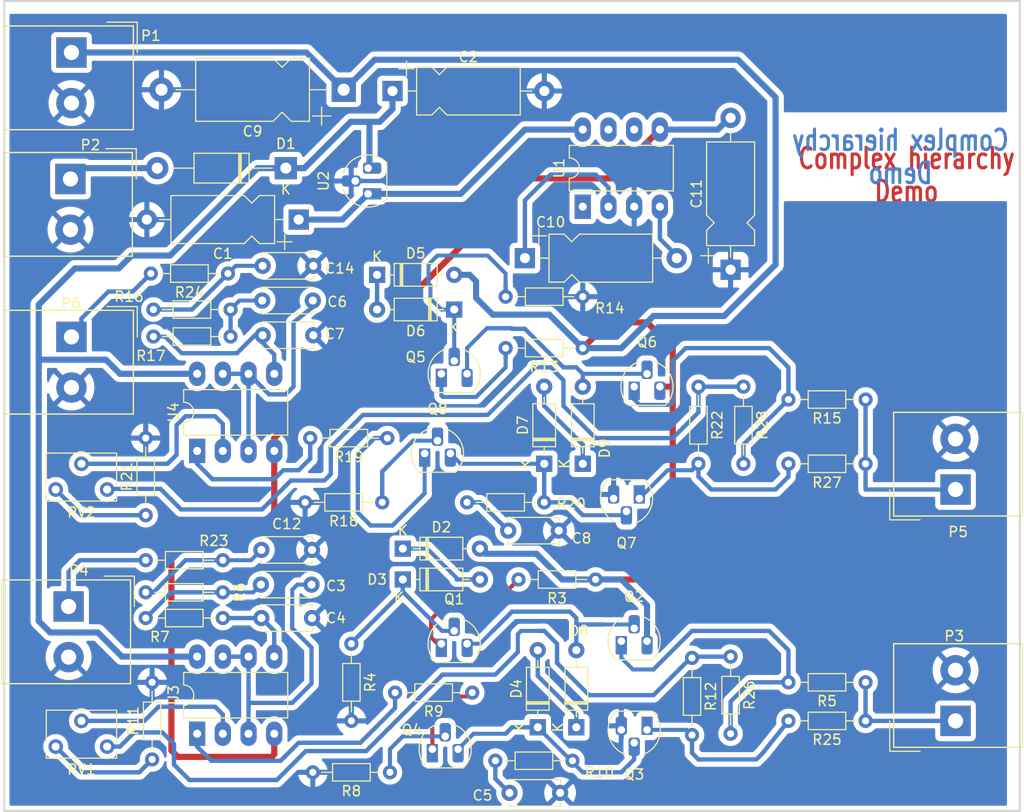
<source format=kicad_pcb>
(kicad_pcb (version 20211014) (generator pcbnew)
  (title_block (title "Actionneur_piezo") (company "Kicad devs") (comment 1 "Demo"))
  (layers (0 "F.Cu" power "top_copper") (31 "B.Cu" signal "bottom_copper") (34 "B.Paste" user) (35 "F.Paste" user) (36 "B.SilkS" user "B.Silkscreen") (37 "F.SilkS" user "F.Silkscreen") (38 "B.Mask" user) (39 "F.Mask" user) (44 "Edge.Cuts" user))
  (net 0 "")
  (net 1 "-VAA")
  (net 2 "/12Vext")
  (net 3 "/ampli_ht_horizontal/PIEZO_IN")
  (net 4 "/ampli_ht_horizontal/PIEZO_OUT")
  (net 5 "/ampli_ht_horizontal/S_OUT+")
  (net 6 "/ampli_ht_horizontal/Vpil_0_3,3V")
  (net 7 "/ampli_ht_vertical/PIEZO_IN")
  (net 8 "/ampli_ht_vertical/PIEZO_OUT")
  (net 9 "/ampli_ht_vertical/S_OUT+")
  (net 10 "/ampli_ht_vertical/Vpil_0_3,3V")
  (net 11 "GND")
  (net 12 "HT")
  (net 13 "Net-(C10-Pad1)")
  (net 14 "Net-(C10-Pad2)")
  (net 15 "Net-(C12-Pad1)")
  (net 16 "Net-(C14-Pad1)")
  (net 17 "Net-(C3-Pad2)")
  (net 18 "Net-(C4-Pad1)")
  (net 19 "Net-(C5-Pad1)")
  (net 20 "Net-(C6-Pad2)")
  (net 21 "Net-(C7-Pad1)")
  (net 22 "Net-(C8-Pad1)")
  (net 23 "Net-(D4-Pad1)")
  (net 24 "Net-(D4-Pad2)")
  (net 25 "Net-(D7-Pad1)")
  (net 26 "Net-(D7-Pad2)")
  (net 27 "Net-(R11-Pad1)")
  (net 28 "Net-(R19-Pad2)")
  (net 29 "Net-(R21-Pad1)")
  (net 30 "Net-(R9-Pad2)")
  (net 31 "Net-(RV1-Pad2)")
  (net 32 "Net-(RV2-Pad2)")
  (net 33 "VCC")
  (net 34 "Net-(D2-Pad1)")
  (net 35 "Net-(D3-Pad1)")
  (net 36 "Net-(D5-Pad1)")
  (net 37 "Net-(D6-Pad1)")
  (net 38 "Net-(D8-Pad2)")
  (net 39 "Net-(D9-Pad2)")
  (net 40 "+12V")
  (net 41 "Net-(Q1-Pad1)")
  (net 42 "Net-(Q2-Pad1)")
  (net 43 "Net-(Q3-Pad1)")
  (net 44 "Net-(Q4-Pad1)")
  (net 45 "Net-(Q4-Pad2)")
  (net 46 "Net-(Q5-Pad1)")
  (net 47 "Net-(Q6-Pad1)")
  (net 48 "Net-(Q7-Pad1)")
  (net 49 "Net-(Q8-Pad1)")
  (net 50 "Net-(Q8-Pad2)")
  (footprint "Capacitor_THT:CP_Axial_L10.0mm_D4.5mm_P15.00mm_Horizontal" (layer "F.Cu") (at 126.619 60.706)
    (fp_text reference "C2")
    (fp_text value "47uF/20V")
  )
  (footprint "Capacitor_THT:CP_Axial_L11.0mm_D6.0mm_P18.00mm_Horizontal" (layer "F.Cu") (at 121.793 60.579 180)
    (fp_text reference "C9")
    (fp_text value "47uF/63V")
  )
  (footprint "Capacitor_THT:CP_Axial_L10.0mm_D4.5mm_P15.00mm_Horizontal" (layer "F.Cu") (at 139.7 77.216)
    (fp_text reference "C10")
    (fp_text value "10uF")
  )
  (footprint "Capacitor_THT:CP_Axial_L10.0mm_D4.5mm_P15.00mm_Horizontal" (layer "F.Cu") (at 160.02 78.359 90)
    (fp_text reference "C11")
    (fp_text value "10uF")
  )
  (footprint "Package_TO_SOT_THT:TO-92_HandSolder" (layer "F.Cu") (at 131.445 115.316)
    (fp_text reference "Q1")
    (fp_text value "MPSA92")
  )
  (footprint "Package_TO_SOT_THT:TO-92_HandSolder" (layer "F.Cu") (at 151.765 123.825 180)
    (fp_text reference "Q3")
    (fp_text value "MPSA92")
  )
  (footprint "Package_TO_SOT_THT:TO-92_HandSolder" (layer "F.Cu") (at 131.445 88.646)
    (fp_text reference "Q5")
    (fp_text value "MPSA92")
  )
  (footprint "Package_TO_SOT_THT:TO-92_HandSolder" (layer "F.Cu") (at 150.495 89.916)
    (fp_text reference "Q6")
    (fp_text value "MPSA42")
  )
  (footprint "Package_TO_SOT_THT:TO-92_HandSolder" (layer "F.Cu") (at 151.003 100.965 180)
    (fp_text reference "Q7")
    (fp_text value "MPSA92")
  )
  (footprint "Package_TO_SOT_THT:TO-92_HandSolder" (layer "F.Cu") (at 129.794 96.52)
    (fp_text reference "Q8")
    (fp_text value "MPSA42")
  )
  (footprint "Potentiometer_THT:Potentiometer_Bourns_3266W_Vertical" (layer "F.Cu") (at 93.345 125.476 180)
    (fp_text reference "RV1")
    (fp_text value "4,7K")
  )
  (footprint "Potentiometer_THT:Potentiometer_Bourns_3266W_Vertical" (layer "F.Cu") (at 93.345 100.076 180)
    (fp_text reference "RV2")
    (fp_text value "4,7K")
  )
  (footprint "Package_TO_SOT_THT:TO-92_HandSolder" (layer "F.Cu") (at 124.206 70.866 90)
    (fp_text reference "U2")
    (fp_text value "78L05")
  )
  (footprint "Resistor_THT:R_Axial_DIN0204_L3.6mm_D1.6mm_P7.62mm_Horizontal" (layer "F.Cu") (at 126.111 94.996 180)
    (fp_text reference "R19")
    (fp_text value "1K")
  )
  (footprint "Resistor_THT:R_Axial_DIN0204_L3.6mm_D1.6mm_P7.62mm_Horizontal" (layer "F.Cu") (at 109.855 110.236 180)
    (fp_text reference "R6")
    (fp_text value "22K")
  )
  (footprint "Resistor_THT:R_Axial_DIN0204_L3.6mm_D1.6mm_P7.62mm_Horizontal" (layer "F.Cu") (at 125.603 101.346 180)
    (fp_text reference "R18")
    (fp_text value "1K")
  )
  (footprint "Resistor_THT:R_Axial_DIN0204_L3.6mm_D1.6mm_P7.62mm_Horizontal" (layer "F.Cu") (at 110.617 82.296 180)
    (fp_text reference "R16")
    (fp_text value "22K")
  )
  (footprint "Resistor_THT:R_Axial_DIN0204_L3.6mm_D1.6mm_P7.62mm_Horizontal" (layer "F.Cu") (at 173.355 91.186 180)
    (fp_text reference "R15")
    (fp_text value "47")
  )
  (footprint "Resistor_THT:R_Axial_DIN0204_L3.6mm_D1.6mm_P7.62mm_Horizontal" (layer "F.Cu") (at 137.795 81.026)
    (fp_text reference "R14")
    (fp_text value "220K")
  )
  (footprint "Resistor_THT:R_Axial_DIN0204_L3.6mm_D1.6mm_P7.62mm_Horizontal" (layer "F.Cu") (at 145.415 86.106 180)
    (fp_text reference "R13")
    (fp_text value "470")
  )
  (footprint "Resistor_THT:R_Axial_DIN0204_L3.6mm_D1.6mm_P7.62mm_Horizontal" (layer "F.Cu") (at 156.21 116.713 -90)
    (fp_text reference "R12")
    (fp_text value "220K")
  )
  (footprint "Resistor_THT:R_Axial_DIN0204_L3.6mm_D1.6mm_P7.62mm_Horizontal" (layer "F.Cu") (at 102.87 126.746 90)
    (fp_text reference "R11")
    (fp_text value "4,7K")
  )
  (footprint "Resistor_THT:R_Axial_DIN0204_L3.6mm_D1.6mm_P7.62mm_Horizontal" (layer "F.Cu") (at 144.399 126.873 180)
    (fp_text reference "R10")
    (fp_text value "5,6K")
  )
  (footprint "Resistor_THT:R_Axial_DIN0204_L3.6mm_D1.6mm_P7.62mm_Horizontal" (layer "F.Cu") (at 134.493 120.142 180)
    (fp_text reference "R9")
    (fp_text value "1K")
  )
  (footprint "Resistor_THT:R_Axial_DIN0204_L3.6mm_D1.6mm_P7.62mm_Horizontal" (layer "F.Cu") (at 126.365 128.016 180)
    (fp_text reference "R8")
    (fp_text value "1K")
  )
  (footprint "Resistor_THT:R_Axial_DIN0204_L3.6mm_D1.6mm_P7.62mm_Horizontal" (layer "F.Cu") (at 109.855 112.776 180)
    (fp_text reference "R7")
    (fp_text value "22K")
  )
  (footprint "Resistor_THT:R_Axial_DIN0204_L3.6mm_D1.6mm_P7.62mm_Horizontal" (layer "F.Cu") (at 102.997 84.963)
    (fp_text reference "R17")
    (fp_text value "22K")
  )
  (footprint "Resistor_THT:R_Axial_DIN0204_L3.6mm_D1.6mm_P7.62mm_Horizontal" (layer "F.Cu") (at 102.235 102.616 90)
    (fp_text reference "R21")
    (fp_text value "4,7K")
  )
  (footprint "Resistor_THT:R_Axial_DIN0204_L3.6mm_D1.6mm_P7.62mm_Horizontal" (layer "F.Cu") (at 146.685 108.966 180)
    (fp_text reference "R3")
    (fp_text value "470")
  )
  (footprint "Resistor_THT:R_Axial_DIN0204_L3.6mm_D1.6mm_P7.62mm_Horizontal" (layer "F.Cu") (at 122.555 115.316 -90)
    (fp_text reference "R4")
    (fp_text value "220K")
  )
  (footprint "Resistor_THT:R_Axial_DIN0204_L3.6mm_D1.6mm_P7.62mm_Horizontal" (layer "F.Cu") (at 173.355 119.126 180)
    (fp_text reference "R5")
    (fp_text value "47")
  )
  (footprint "Resistor_THT:R_Axial_DIN0204_L3.6mm_D1.6mm_P7.62mm_Horizontal" (layer "F.Cu") (at 161.29 89.916 -90)
    (fp_text reference "R28")
    (fp_text value "220K")
  )
  (footprint "Resistor_THT:R_Axial_DIN0204_L3.6mm_D1.6mm_P7.62mm_Horizontal" (layer "F.Cu") (at 173.355 97.536 180)
    (fp_text reference "R27")
    (fp_text value "47")
  )
  (footprint "Resistor_THT:R_Axial_DIN0204_L3.6mm_D1.6mm_P7.62mm_Horizontal" (layer "F.Cu") (at 160.02 116.586 -90)
    (fp_text reference "R26")
    (fp_text value "220K")
  )
  (footprint "Resistor_THT:R_Axial_DIN0204_L3.6mm_D1.6mm_P7.62mm_Horizontal" (layer "F.Cu") (at 173.355 122.936 180)
    (fp_text reference "R25")
    (fp_text value "47")
  )
  (footprint "Resistor_THT:R_Axial_DIN0204_L3.6mm_D1.6mm_P7.62mm_Horizontal" (layer "F.Cu") (at 110.363 78.74 180)
    (fp_text reference "R24")
    (fp_text value "1K")
  )
  (footprint "Resistor_THT:R_Axial_DIN0204_L3.6mm_D1.6mm_P7.62mm_Horizontal" (layer "F.Cu") (at 109.855 107.061 180)
    (fp_text reference "R23")
    (fp_text value "1K")
  )
  (footprint "Resistor_THT:R_Axial_DIN0204_L3.6mm_D1.6mm_P7.62mm_Horizontal" (layer "F.Cu") (at 156.845 89.916 -90)
    (fp_text reference "R22")
    (fp_text value "220K")
  )
  (footprint "Resistor_THT:R_Axial_DIN0204_L3.6mm_D1.6mm_P7.62mm_Horizontal" (layer "F.Cu") (at 141.605 101.346 180)
    (fp_text reference "R20")
    (fp_text value "5,6K")
  )
  (footprint "Package_DIP:DIP-8_W7.62mm_LongPads" (layer "F.Cu") (at 107.315 96.266 90)
    (fp_text reference "U4")
    (fp_text value "LM358N")
  )
  (footprint "Package_DIP:DIP-8_W7.62mm_LongPads" (layer "F.Cu") (at 145.415 72.136 90)
    (fp_text reference "U1")
    (fp_text value "ICL7660")
  )
  (footprint "Package_DIP:DIP-8_W7.62mm_LongPads" (layer "F.Cu") (at 107.315 124.206 90)
    (fp_text reference "U3")
    (fp_text value "LM358N")
  )
  (footprint "Capacitor_THT:C_Disc_D5.0mm_W2.5mm_P5.00mm" (layer "F.Cu") (at 138.049 104.14)
    (fp_text reference "C8")
    (fp_text value "820pF")
  )
  (footprint "Capacitor_THT:C_Disc_D5.0mm_W2.5mm_P5.00mm" (layer "F.Cu") (at 113.792 84.836)
    (fp_text reference "C7")
    (fp_text value "4.7nF")
  )
  (footprint "Capacitor_THT:C_Disc_D5.0mm_W2.5mm_P5.00mm" (layer "F.Cu") (at 118.745 81.407 180)
    (fp_text reference "C6")
    (fp_text value "15nF")
  )
  (footprint "Capacitor_THT:C_Disc_D5.0mm_W2.5mm_P5.00mm" (layer "F.Cu") (at 138.176 130.048)
    (fp_text reference "C5")
    (fp_text value "820pF")
  )
  (footprint "Capacitor_THT:C_Disc_D5.0mm_W2.5mm_P5.00mm" (layer "F.Cu") (at 113.665 106.045)
    (fp_text reference "C12")
    (fp_text value "150nF")
  )
  (footprint "Capacitor_THT:C_Disc_D5.0mm_W2.5mm_P5.00mm" (layer "F.Cu") (at 113.792 77.978)
    (fp_text reference "C14")
    (fp_text value "150nF")
  )
  (footprint "Capacitor_THT:C_Disc_D5.0mm_W2.5mm_P5.00mm" (layer "F.Cu") (at 113.665 112.776)
    (fp_text reference "C4")
    (fp_text value "4.7nF")
  )
  (footprint "Capacitor_THT:C_Disc_D5.0mm_W2.5mm_P5.00mm" (layer "F.Cu") (at 118.618 109.474 180)
    (fp_text reference "C3")
    (fp_text value "15nF")
  )
  (footprint "Diode_THT:D_DO-41_SOD81_P12.70mm_Horizontal" (layer "F.Cu") (at 116.078 68.326 180)
    (fp_text reference "D1")
    (fp_text value "1N4007")
  )
  (footprint "Diode_THT:D_DO-35_SOD27_P7.62mm_Horizontal" (layer "F.Cu") (at 125.095 78.867)
    (fp_text reference "D5")
    (fp_text value "1N4148")
  )
  (footprint "Diode_THT:D_DO-35_SOD27_P7.62mm_Horizontal" (layer "F.Cu") (at 144.78 123.571 90)
    (fp_text reference "D8")
    (fp_text value "1N4148")
  )
  (footprint "Diode_THT:D_DO-35_SOD27_P7.62mm_Horizontal" (layer "F.Cu") (at 127.635 105.918)
    (fp_text reference "D2")
    (fp_text value "1N4148")
  )
  (footprint "Diode_THT:D_DO-35_SOD27_P7.62mm_Horizontal" (layer "F.Cu") (at 127.635 108.966)
    (fp_text reference "D3")
    (fp_text value "1N4148")
  )
  (footprint "Diode_THT:D_DO-35_SOD27_P7.62mm_Horizontal" (layer "F.Cu") (at 141.605 97.536 90)
    (fp_text reference "D7")
    (fp_text value "1N4148")
  )
  (footprint "Diode_THT:D_DO-35_SOD27_P7.62mm_Horizontal" (layer "F.Cu") (at 132.715 82.296 180)
    (fp_text reference "D6")
    (fp_text value "1N4148")
  )
  (footprint "Diode_THT:D_DO-35_SOD27_P7.62mm_Horizontal" (layer "F.Cu") (at 140.97 123.571 90)
    (fp_text reference "D4")
    (fp_text value "1N4148")
  )
  (footprint "Diode_THT:D_DO-35_SOD27_P7.62mm_Horizontal" (layer "F.Cu") (at 145.415 97.536 90)
    (fp_text reference "D9")
    (fp_text value "1N4148")
  )
  (footprint "TerminalBlock_Altech:Altech_AK300_1x02_P5.00mm_45-Degree" (layer "F.Cu") (at 94.9 56.9 -90)
    (fp_text reference "P1")
    (fp_text value "CONN_2")
  )
  (footprint "TerminalBlock_Altech:Altech_AK300_1x02_P5.00mm_45-Degree" (layer "F.Cu") (at 94.8 69.4 -90)
    (fp_text reference "P2")
    (fp_text value "CONN_2")
  )
  (footprint "TerminalBlock_Altech:Altech_AK300_1x02_P5.00mm_45-Degree" (layer "F.Cu") (at 94.615 111.633 -90)
    (fp_text reference "P4")
    (fp_text value "CONN_2")
  )
  (footprint "TerminalBlock_Altech:Altech_AK300_1x02_P5.00mm_45-Degree" (layer "F.Cu") (at 182.245 122.936 90)
    (fp_text reference "P3")
    (fp_text value "CONN_2")
  )
  (footprint "TerminalBlock_Altech:Altech_AK300_1x02_P5.00mm_45-Degree" (layer "F.Cu") (at 94.9 85 -90)
    (fp_text reference "P6")
    (fp_text value "CONN_2")
  )
  (footprint "TerminalBlock_Altech:Altech_AK300_1x02_P5.00mm_45-Degree" (layer "F.Cu") (at 182.245 100.076 90)
    (fp_text reference "P5")
    (fp_text value "CONN_2")
  )
  (footprint "Package_TO_SOT_THT:TO-92_HandSolder" (layer "F.Cu") (at 149.225 115.062)
    (fp_text reference "Q2")
    (fp_text value "MPSA42")
  )
  (footprint "Package_TO_SOT_THT:TO-92_HandSolder" (layer "F.Cu") (at 130.556 125.73)
    (fp_text reference "Q4")
    (fp_text value "MPSA42")
  )
  (footprint "Capacitor_THT:CP_Axial_L10.0mm_D4.5mm_P15.00mm_Horizontal" (layer "F.Cu") (at 117.348 73.406 180)
    (fp_text reference "C1")
    (fp_text value "47uF")
  )
  (gr_line (start 88.265 131.826) (end 88.265 51.816) (layer "Edge.Cuts") (width 0.2032))
  (gr_line (start 188.595 131.826) (end 88.265 131.826) (layer "Edge.Cuts") (width 0.2032))
  (gr_line (start 88.265 51.816) (end 188.595 51.816) (layer "Edge.Cuts") (width 0.2032))
  (gr_line (start 188.595 51.816) (end 188.595 131.826) (layer "Edge.Cuts") (width 0.2032))
  (gr_text "Complex hierarchy\nDemo" (at 177.4 69) (layer "F.Cu") (effects (font (size 2.032 1.524) (thickness 0.3048))))
  (gr_text "Complex hierarchy\nDemo" (at 176.8 67.2) (layer "B.Cu") (effects (font (size 2.032 1.524) (thickness 0.3048)) (justify mirror)))
  (segment (start 107.061 104.521) (end 104.775 106.807) (width 0.6096) (layer "F.Cu") (net 1))
  (segment (start 105.41 126.492) (end 114.681 126.492) (width 0.6096) (layer "F.Cu") (net 1))
  (segment (start 104.775 106.807) (end 104.775 125.857) (width 0.6096) (layer "F.Cu") (net 1))
  (segment (start 128.905 86.614) (end 128.905 80.518) (width 0.6096) (layer "F.Cu") (net 1))
  (segment (start 140.081 69.342) (end 148.209 69.342) (width 0.6096) (layer "F.Cu") (net 1))
  (segment (start 148.209 69.342) (end 153.035 64.516) (width 0.6096) (layer "F.Cu") (net 1))
  (segment (start 128.905 80.518) (end 140.081 69.342) (width 0.6096) (layer "F.Cu") (net 1))
  (segment (start 114.935 102.108) (end 114.935 102.362) (width 0.6096) (layer "F.Cu") (net 1))
  (segment (start 114.935 96.266) (end 114.935 94.996) (width 0.6096) (layer "F.Cu") (net 1))
  (segment (start 114.935 94.996) (end 121.031 88.9) (width 0.6096) (layer "F.Cu") (net 1))
  (segment (start 114.935 126.238) (end 114.935 124.206) (width 0.6096) (layer "F.Cu") (net 1))
  (segment (start 114.935 102.362) (end 112.776 104.521) (width 0.6096) (layer "F.Cu") (net 1))
  (segment (start 105.41 126.492) (end 104.775 125.857) (width 0.6096) (layer "F.Cu") (net 1))
  (segment (start 121.031 88.9) (end 126.619 88.9) (width 0.6) (layer "F.Cu") (net 1))
  (segment (start 112.776 104.521) (end 107.061 104.521) (width 0.6096) (layer "F.Cu") (net 1))
  (segment (start 114.681 126.492) (end 114.935 126.238) (width 0.6096) (layer "F.Cu") (net 1))
  (segment (start 126.619 88.9) (end 128.905 86.614) (width 0.6096) (layer "F.Cu") (net 1))
  (segment (start 114.935 96.266) (end 114.935 102.108) (width 0.6096) (layer "F.Cu") (net 1))
  (segment (start 153.035 64.516) (end 158.75 64.516) (width 0.6096) (layer "B.Cu") (net 1))
  (segment (start 158.75 64.516) (end 160.02 63.246) (width 0.6096) (layer "B.Cu") (net 1))
  (segment (start 103.378 68.326) (end 95.874 68.326) (width 0.6) (layer "B.Cu") (net 2))
  (segment (start 95.874 68.326) (end 94.8 69.4) (width 0.6) (layer "B.Cu") (net 2))
  (segment (start 98.552 80.518) (end 100.965 80.518) (width 0.4318) (layer "B.Cu") (net 3))
  (segment (start 95.885 83.185) (end 98.552 80.518) (width 0.4318) (layer "B.Cu") (net 3))
  (segment (start 95.885 84.836) (end 95.885 83.185) (width 0.4318) (layer "B.Cu") (net 3))
  (segment (start 100.965 80.518) (end 102.743 78.74) (width 0.4318) (layer "B.Cu") (net 3))
  (segment (start 173.355 100.076) (end 182.245 100.076) (width 0.4318) (layer "B.Cu") (net 4))
  (segment (start 173.355 97.536) (end 173.355 91.186) (width 0.4318) (layer "B.Cu") (net 4))
  (segment (start 173.355 97.536) (end 173.355 100.076) (width 0.4318) (layer "B.Cu") (net 4))
  (segment (start 116.586 99.187) (end 119.888 99.187) (width 0.4318) (layer "B.Cu") (net 5))
  (segment (start 156.845 89.916) (end 156.845 92.456) (width 0.4318) (layer "B.Cu") (net 5))
  (segment (start 143.51 91.821) (end 146.685 94.996) (width 0.4318) (layer "B.Cu") (net 5))
  (segment (start 140.589 88.011) (end 142.24 88.011) (width 0.4318) (layer "B.Cu") (net 5))
  (segment (start 98.48596 100.01504) (end 103.69804 100.01504) (width 0.4318) (layer "B.Cu") (net 5))
  (segment (start 113.7285 102.0445) (end 116.586 99.187) (width 0.4318) (layer "B.Cu") (net 5))
  (segment (start 123.698 92.71) (end 120.523 95.885) (width 0.4318) (layer "B.Cu") (net 5))
  (segment (start 105.7275 102.0445) (end 113.7285 102.0445) (width 0.4318) (layer "B.Cu") (net 5))
  (segment (start 142.24 88.011) (end 143.51 89.281) (width 0.4318) (layer "B.Cu") (net 5))
  (segment (start 135.89 92.71) (end 123.698 92.71) (width 0.4318) (layer "B.Cu") (net 5))
  (segment (start 154.305 94.996) (end 146.685 94.996) (width 0.4318) (layer "B.Cu") (net 5))
  (segment (start 143.51 89.281) (end 143.51 91.821) (width 0.4318) (layer "B.Cu") (net 5))
  (segment (start 135.89 92.71) (end 136.017 92.71) (width 0.4) (layer "B.Cu") (net 5))
  (segment (start 120.523 95.885) (end 120.523 98.552) (width 0.4318) (layer "B.Cu") (net 5))
  (segment (start 119.888 99.187) (end 120.523 98.552) (width 0.4318) (layer "B.Cu") (net 5))
  (segment (start 105.7275 102.0445) (end 103.69804 100.01504) (width 0.4318) (layer "B.Cu") (net 5))
  (segment (start 140.589 88.138) (end 140.589 88.011) (width 0.4) (layer "B.Cu") (net 5))
  (segment (start 98.425 100.076) (end 98.48596 100.01504) (width 0.4318) (layer "B.Cu") (net 5))
  (segment (start 156.845 89.916) (end 161.29 89.916) (width 0.4318) (layer "B.Cu") (net 5))
  (segment (start 156.845 92.456) (end 154.305 94.996) (width 0.4318) (layer "B.Cu") (net 5))
  (segment (start 136.017 92.71) (end 140.589 88.138) (width 0.4) (layer "B.Cu") (net 5))
  (segment (start 109.855 88.646) (end 112.395 88.646) (width 0.4318) (layer "B.Cu") (net 6))
  (segment (start 114.427 90.678) (end 112.395 88.646) (width 0.4318) (layer "B.Cu") (net 6))
  (segment (start 118.745 82.042) (end 116.84 83.566) (width 0.4318) (layer "B.Cu") (net 6))
  (segment (start 116.078 90.678) (end 114.427 90.678) (width 0.4318) (layer "B.Cu") (net 6))
  (segment (start 116.84 83.566) (end 116.84 89.916) (width 0.4318) (layer "B.Cu") (net 6))
  (segment (start 112.395 88.646) (end 112.395 96.266) (width 0.4318) (layer "B.Cu") (net 6))
  (segment (start 116.84 89.916) (end 116.078 90.678) (width 0.4318) (layer "B.Cu") (net 6))
  (segment (start 118.745 81.407) (end 118.745 82.042) (width 0.4318) (layer "B.Cu") (net 6))
  (segment (start 94.615 108.204) (end 95.758 107.061) (width 0.4318) (layer "B.Cu") (net 7))
  (segment (start 94.615 111.506) (end 94.615 108.204) (width 0.4318) (layer "B.Cu") (net 7))
  (segment (start 95.758 107.061) (end 102.235 107.061) (width 0.4318) (layer "B.Cu") (net 7))
  (segment (start 173.355 122.936) (end 173.355 119.126) (width 0.4318) (layer "B.Cu") (net 8))
  (segment (start 173.355 122.936) (end 182.245 122.936) (width 0.4318) (layer "B.Cu") (net 8))
  (segment (start 146.05 120.396) (end 152.4 120.396) (width 0.4318) (layer "B.Cu") (net 9))
  (segment (start 139.319 114.046) (end 139.0015 114.3635) (width 0.4) (layer "B.Cu") (net 9))
  (segment (start 142.875 115.316) (end 142.875 117.221) (width 0.4318) (layer "B.Cu") (net 9))
  (segment (start 152.4 120.396) (end 156.21 116.586) (width 0.4318) (layer "B.Cu") (net 9))
  (segment (start 105.029 127.254) (end 106.553 128.778) (width 0.4318) (layer "B.Cu") (net 9))
  (segment (start 141.097 114.046) (end 141.605 114.046) (width 0.4318) (layer "B.Cu") (net 9))
  (segment (start 98.425 125.476) (end 99.695 125.476) (width 0.4318) (layer "B.Cu") (net 9))
  (segment (start 156.21 116.586) (end 160.02 116.586) (width 0.4318) (layer "B.Cu") (net 9))
  (segment (start 118.0465 125.9205) (end 124.0155 125.9205) (width 0.4318) (layer "B.Cu") (net 9))
  (segment (start 141.605 114.046) (end 142.875 115.316) (width 0.4318) (layer "B.Cu") (net 9))
  (segment (start 142.875 117.221) (end 146.05 120.396) (width 0.4318) (layer "B.Cu") (net 9))
  (segment (start 101.092 124.079) (end 103.886 124.079) (width 0.4318) (layer "B.Cu") (net 9))
  (segment (start 141.097 114.046) (end 139.319 114.046) (width 0.4) (layer "B.Cu") (net 9))
  (segment (start 124.0155 125.9205) (end 131.572 118.364) (width 0.4318) (layer "B.Cu") (net 9))
  (segment (start 139.0015 114.3635) (end 139.0015 116.1415) (width 0.4) (layer "B.Cu") (net 9))
  (segment (start 136.779 118.364) (end 139.0015 116.1415) (width 0.4318) (layer "B.Cu") (net 9))
  (segment (start 99.695 125.476) (end 101.092 124.079) (width 0.4318) (layer "B.Cu") (net 9))
  (segment (start 105.029 125.222) (end 105.029 127.254) (width 0.4318) (layer "B.Cu") (net 9))
  (segment (start 115.189 128.778) (end 118.0465 125.9205) (width 0.4318) (layer "B.Cu") (net 9))
  (segment (start 131.572 118.364) (end 136.779 118.364) (width 0.4318) (layer "B.Cu") (net 9))
  (segment (start 103.886 124.079) (end 105.029 125.222) (width 0.4318) (layer "B.Cu") (net 9))
  (segment (start 106.553 128.778) (end 115.189 128.778) (width 0.4318) (layer "B.Cu") (net 9))
  (segment (start 116.713 111.76) (end 116.713 113.792) (width 0.4318) (layer "B.Cu") (net 10))
  (segment (start 116.713 109.982) (end 117.221 109.474) (width 0.4) (layer "B.Cu") (net 10))
  (segment (start 117.221 109.474) (end 118.618 109.474) (width 0.4) (layer "B.Cu") (net 10))
  (segment (start 112.395 116.586) (end 109.855 116.586) (width 0.4318) (layer "B.Cu") (net 10))
  (segment (start 118.618 119.253) (end 116.713 121.158) (width 0.4318) (layer "B.Cu") (net 10))
  (segment (start 116.713 113.792) (end 118.618 115.697) (width 0.4318) (layer "B.Cu") (net 10))
  (segment (start 112.395 121.158) (end 112.395 116.586) (width 0.4318) (layer "B.Cu") (net 10))
  (segment (start 116.713 121.158) (end 112.395 121.158) (width 0.4318) (layer "B.Cu") (net 10))
  (segment (start 116.713 111.76) (end 116.713 109.982) (width 0.4) (layer "B.Cu") (net 10))
  (segment (start 112.395 124.206) (end 112.395 121.158) (width 0.4318) (layer "B.Cu") (net 10))
  (segment (start 118.618 115.697) (end 118.618 119.253) (width 0.4318) (layer "B.Cu") (net 10))
  (segment (start 154.305 106.426) (end 151.765 108.966) (width 0.6096) (layer "F.Cu") (net 12))
  (segment (start 145.415 86.106) (end 147.955 83.566) (width 0.6096) (layer "F.Cu") (net 12))
  (segment (start 154.178 89.916) (end 154.305 90.043) (width 0.6) (layer "F.Cu") (net 12))
  (segment (start 154.305 86.106) (end 154.305 90.043) (width 0.6096) (layer "F.Cu") (net 12))
  (segment (start 151.765 83.566) (end 154.305 86.106) (width 0.6096) (layer "F.Cu") (net 12))
  (segment (start 147.955 83.566) (end 151.765 83.566) (width 0.6096) (layer "F.Cu") (net 12))
  (segment (start 151.765 108.966) (end 146.685 108.966) (width 0.6096) (layer "F.Cu") (net 12))
  (segment (start 153.035 89.916) (end 154.178 89.916) (width 0.6) (layer "F.Cu") (net 12))
  (segment (start 154.305 90.043) (end 154.305 106.426) (width 0.6096) (layer "F.Cu") (net 12))
  (segment (start 135.763 106.426) (end 135.255 105.918) (width 0.6) (layer "B.Cu") (net 12))
  (segment (start 136.525 82.80146) (end 142.11046 82.80146) (width 0.6096) (layer "B.Cu") (net 12))
  (segment (start 136.52246 82.80146) (end 134.874 81.153) (width 0.6) (layer "B.Cu") (net 12))
  (segment (start 134.874 81.153) (end 134.874 79.502) (width 0.6) (layer "B.Cu") (net 12))
  (segment (start 134.874 79.502) (end 134.239 78.867) (width 0.6) (layer "B.Cu") (net 12))
  (segment (start 134.239 78.867) (end 132.715 78.867) (width 0.6) (layer "B.Cu") (net 12))
  (segment (start 121.89206 60.579) (end 124.8537 57.61736) (width 0.6) (layer "B.Cu") (net 12))
  (segment (start 142.11046 82.80146) (end 145.415 86.106) (width 0.6096) (layer "B.Cu") (net 12))
  (segment (start 143.383 108.966) (end 146.685 108.966) (width 0.6096) (layer "B.Cu") (net 12))
  (segment (start 117.15858 56.9) (end 118.114 56.9) (width 0.6) (layer "B.Cu") (net 12))
  (segment (start 151.765 111.506) (end 149.225 108.966) (width 0.6) (layer "B.Cu") (net 12))
  (segment (start 140.843 106.426) (end 143.383 108.966) (width 0.6096) (layer "B.Cu") (net 12))
  (segment (start 124.8537 57.61736) (end 160.74136 57.61736) (width 0.6096) (layer "B.Cu") (net 12))
  (segment (start 160.74136 57.61736) (end 164.465 61.341) (width 0.6096) (layer "B.Cu") (net 12))
  (segment (start 149.225 108.966) (end 146.685 108.966) (width 0.6) (layer "B.Cu") (net 12))
  (segment (start 152.4 82.931) (end 149.225 86.106) (width 0.6096) (layer "B.Cu") (net 12))
  (segment (start 159.385 82.931) (end 152.4 82.931) (width 0.6096) (layer "B.Cu") (net 12))
  (segment (start 164.465 77.851) (end 159.385 82.931) (width 0.6096) (layer "B.Cu") (net 12))
  (segment (start 140.716 106.426) (end 135.763 106.426) (width 0.6) (layer "B.Cu") (net 12))
  (segment (start 140.716 106.426) (end 140.843 106.426) (width 0.6096) (layer "B.Cu") (net 12))
  (segment (start 164.465 61.341) (end 164.465 77.851) (width 0.6096) (layer "B.Cu") (net 12))
  (segment (start 149.225 86.106) (end 145.415 86.106) (width 0.6096) (layer "B.Cu") (net 12))
  (segment (start 117.15858 56.9) (end 94.9 56.9) (width 0.6096) (layer "B.Cu") (net 12))
  (segment (start 121.793 60.579) (end 121.89206 60.579) (width 0.6) (layer "B.Cu") (net 12))
  (segment (start 151.765 115.062) (end 151.765 111.506) (width 0.6) (layer "B.Cu") (net 12))
  (segment (start 136.525 82.80146) (end 136.52246 82.80146) (width 0.6) (layer "B.Cu") (net 12))
  (segment (start 118.114 56.9) (end 121.793 60.579) (width 0.6) (layer "B.Cu") (net 12))
  (segment (start 147.955 70.231) (end 147.955 72.136) (width 0.4318) (layer "B.Cu") (net 13))
  (segment (start 139.7 71.501) (end 142.24 68.961) (width 0.4318) (layer "B.Cu") (net 13))
  (segment (start 139.7 77.216) (end 139.7 71.501) (width 0.4318) (layer "B.Cu") (net 13))
  (segment (start 142.24 68.961) (end 146.685 68.961) (width 0.4318) (layer "B.Cu") (net 13))
  (segment (start 146.685 68.961) (end 147.955 70.231) (width 0.4318) (layer "B.Cu") (net 13))
  (segment (start 153.035 72.136) (end 153.035 75.311) (width 0.4318) (layer "B.Cu") (net 14))
  (segment (start 153.035 75.311) (end 154.94 77.216) (width 0.4318) (layer "B.Cu") (net 14))
  (segment (start 112.649 107.061) (end 113.665 106.045) (width 0.4) (layer "B.Cu") (net 15))
  (segment (start 106.172 107.061) (end 109.855 107.061) (width 0.4318) (layer "B.Cu") (net 15))
  (segment (start 109.855 107.061) (end 112.649 107.061) (width 0.4) (layer "B.Cu") (net 15))
  (segment (start 102.235 110.236) (end 102.997 110.236) (width 0.4318) (layer "B.Cu") (net 15))
  (segment (start 102.997 110.236) (end 106.172 107.061) (width 0.4318) (layer "B.Cu") (net 15))
  (segment (start 111.125 77.978) (end 110.363 78.74) (width 0.4) (layer "B.Cu") (net 16))
  (segment (start 106.807 82.296) (end 110.363 78.74) (width 0.4318) (layer "B.Cu") (net 16))
  (segment (start 113.792 77.978) (end 111.125 77.978) (width 0.4) (layer "B.Cu") (net 16))
  (segment (start 102.997 82.296) (end 106.807 82.296) (width 0.4318) (layer "B.Cu") (net 16))
  (segment (start 112.856 110.236) (end 113.618 109.474) (width 0.4) (layer "B.Cu") (net 17))
  (segment (start 102.235 112.776) (end 104.775 110.236) (width 0.4318) (layer "B.Cu") (net 17))
  (segment (start 104.775 110.236) (end 109.855 110.236) (width 0.4318) (layer "B.Cu") (net 17))
  (segment (start 109.855 110.236) (end 112.856 110.236) (width 0.4) (layer "B.Cu") (net 17))
  (segment (start 109.855 112.776) (end 113.665 112.776) (width 0.4318) (layer "B.Cu") (net 18))
  (segment (start 113.665 112.776) (end 114.935 114.046) (width 0.4318) (layer "B.Cu") (net 18))
  (segment (start 114.935 114.046) (end 114.935 116.586) (width 0.4318) (layer "B.Cu") (net 18))
  (segment (start 136.779 128.651) (end 138.176 130.048) (width 0.4318) (layer "B.Cu") (net 19))
  (segment (start 136.779 126.873) (end 136.779 128.651) (width 0.4318) (layer "B.Cu") (net 19))
  (segment (start 111.506 81.407) (end 110.617 82.296) (width 0.4) (layer "B.Cu") (net 20))
  (segment (start 113.745 81.407) (end 111.506 81.407) (width 0.4) (layer "B.Cu") (net 20))
  (segment (start 110.617 84.963) (end 110.617 82.296) (width 0.4318) (layer "B.Cu") (net 20))
  (segment (start 104.14 84.963) (end 105.791 86.614) (width 0.4) (layer "B.Cu") (net 21))
  (segment (start 114.935 86.741) (end 114.935 88.646) (width 0.4318) (layer "B.Cu") (net 21))
  (segment (start 102.997 84.963) (end 104.14 84.963) (width 0.4) (layer "B.Cu") (net 21))
  (segment (start 111.252 86.614) (end 105.791 86.614) (width 0.4318) (layer "B.Cu") (net 21))
  (segment (start 113.665 84.836) (end 113.03 84.836) (width 0.4318) (layer "B.Cu") (net 21))
  (segment (start 113.665 84.836) (end 113.665 85.471) (width 0.4318) (layer "B.Cu") (net 21))
  (segment (start 113.665 85.471) (end 114.935 86.741) (width 0.4318) (layer "B.Cu") (net 21))
  (segment (start 113.03 84.836) (end 111.252 86.614) (width 0.4318) (layer "B.Cu") (net 21))
  (segment (start 135.255 101.346) (end 138.049 104.14) (width 0.4318) (layer "B.Cu") (net 22))
  (segment (start 133.985 101.346) (end 135.255 101.346) (width 0.4318) (layer "B.Cu") (net 22))
  (segment (start 144.399 127) (end 145.415 128.016) (width 0.4) (layer "B.Cu") (net 23))
  (segment (start 144.272 126.873) (end 140.97 123.571) (width 0.4) (layer "B.Cu") (net 23))
  (segment (start 149.225 128.016) (end 150.495 126.746) (width 0.4318) (layer "B.Cu") (net 23))
  (segment (start 144.399 126.873) (end 144.272 126.873) (width 0.4) (layer "B.Cu") (net 23))
  (segment (start 144.399 126.873) (end 144.399 127) (width 0.4) (layer "B.Cu") (net 23))
  (segment (start 134.62 124.206) (end 133.096 125.73) (width 0.4) (layer "B.Cu") (net 23))
  (segment (start 138.43 123.571) (end 140.97 123.571) (width 0.4318) (layer "B.Cu") (net 23))
  (segment (start 137.795 124.206) (end 138.43 123.571) (width 0.4318) (layer "B.Cu") (net 23))
  (segment (start 137.795 124.206) (end 134.62 124.206) (width 0.4) (layer "B.Cu") (net 23))
  (segment (start 145.415 128.016) (end 149.225 128.016) (width 0.4318) (layer "B.Cu") (net 23))
  (segment (start 150.495 126.746) (end 150.495 125.476) (width 0.4318) (layer "B.Cu") (net 23))
  (segment (start 140.97 118.491) (end 144.78 122.301) (width 0.4318) (layer "B.Cu") (net 24))
  (segment (start 144.78 122.301) (end 144.78 123.571) (width 0.4318) (layer "B.Cu") (net 24))
  (segment (start 140.97 115.951) (end 140.97 118.491) (width 0.4318) (layer "B.Cu") (net 24))
  (segment (start 133.35 97.536) (end 132.334 96.52) (width 0.4) (layer "B.Cu") (net 25))
  (segment (start 149.352 102.616) (end 149.733 102.235) (width 0.4) (layer "B.Cu") (net 25))
  (segment (start 145.415 102.616) (end 144.145 101.346) (width 0.4318) (layer "B.Cu") (net 25))
  (segment (start 141.605 97.536) (end 133.35 97.536) (width 0.4) (layer "B.Cu") (net 25))
  (segment (start 144.145 101.346) (end 141.605 101.346) (width 0.4318) (layer "B.Cu") (net 25))
  (segment (start 145.415 102.616) (end 149.352 102.616) (width 0.4) (layer "B.Cu") (net 25))
  (segment (start 141.605 97.536) (end 141.605 101.346) (width 0.4318) (layer "B.Cu") (net 25))
  (segment (start 141.605 91.821) (end 145.415 95.631) (width 0.4318) (layer "B.Cu") (net 26))
  (segment (start 141.605 89.916) (end 141.605 91.821) (width 0.4318) (layer "B.Cu") (net 26))
  (segment (start 145.415 95.631) (end 145.415 97.536) (width 0.4318) (layer "B.Cu") (net 26))
  (segment (start 95.885 128.016) (end 101.6 128.016) (width 0.4318) (layer "B.Cu") (net 27))
  (segment (start 93.345 125.476) (end 95.885 128.016) (width 0.4318) (layer "B.Cu") (net 27))
  (segment (start 102.87 126.746) (end 101.6 128.016) (width 0.4318) (layer "B.Cu") (net 27))
  (segment (start 118.491 97.028) (end 118.491 94.996) (width 0.4318) (layer "B.Cu") (net 28))
  (segment (start 108.839 99.06) (end 114.935 99.06) (width 0.4318) (layer "B.Cu") (net 28))
  (segment (start 117.348 98.171) (end 118.491 97.028) (width 0.4318) (layer "B.Cu") (net 28))
  (segment (start 114.935 99.06) (end 115.824 98.171) (width 0.4318) (layer "B.Cu") (net 28))
  (segment (start 107.315 96.266) (end 107.315 97.536) (width 0.4318) (layer "B.Cu") (net 28))
  (segment (start 115.824 98.171) (end 117.348 98.171) (width 0.4318) (layer "B.Cu") (net 28))
  (segment (start 107.315 97.536) (end 108.839 99.06) (width 0.4318) (layer "B.Cu") (net 28))
  (segment (start 95.885 102.616) (end 102.235 102.616) (width 0.4318) (layer "B.Cu") (net 29))
  (segment (start 93.345 100.076) (end 95.885 102.616) (width 0.4318) (layer "B.Cu") (net 29))
  (segment (start 115.57 126.873) (end 117.348 125.095) (width 0.4318) (layer "B.Cu") (net 30))
  (segment (start 115.57 126.873) (end 108.712 126.873) (width 0.4318) (layer "B.Cu") (net 30))
  (segment (start 126.873 121.666) (end 126.873 120.142) (width 0.4318) (layer "B.Cu") (net 30))
  (segment (start 117.348 125.095) (end 123.444 125.095) (width 0.4318) (layer "B.Cu") (net 30))
  (segment (start 107.315 125.476) (end 107.315 124.206) (width 0.4318) (layer "B.Cu") (net 30))
  (segment (start 108.712 126.873) (end 107.315 125.476) (width 0.4318) (layer "B.Cu") (net 30))
  (segment (start 123.444 125.095) (end 126.873 121.666) (width 0.4318) (layer "B.Cu") (net 30))
  (segment (start 102.108 122.936) (end 103.505 121.539) (width 0.4318) (layer "B.Cu") (net 31))
  (segment (start 95.885 122.936) (end 102.108 122.936) (width 0.4318) (layer "B.Cu") (net 31))
  (segment (start 103.505 121.539) (end 109.093 121.539) (width 0.4318) (layer "B.Cu") (net 31))
  (segment (start 109.093 121.539) (end 109.855 122.301) (width 0.4318) (layer "B.Cu") (net 31))
  (segment (start 109.855 122.301) (end 109.855 124.206) (width 0.4318) (layer "B.Cu") (net 31))
  (segment (start 109.093 92.837) (end 109.855 93.599) (width 0.4318) (layer "B.Cu") (net 32))
  (segment (start 109.855 93.599) (end 109.855 96.266) (width 0.4318) (layer "B.Cu") (net 32))
  (segment (start 105.283 96.647) (end 105.283 93.726) (width 0.4318) (layer "B.Cu") (net 32))
  (segment (start 106.172 92.837) (end 109.093 92.837) (width 0.4318) (layer "B.Cu") (net 32))
  (segment (start 95.885 97.536) (end 104.394 97.536) (width 0.4318) (layer "B.Cu") (net 32))
  (segment (start 105.283 93.726) (end 106.172 92.837) (width 0.4318) (layer "B.Cu") (net 32))
  (segment (start 104.394 97.536) (end 105.283 96.647) (width 0.4318) (layer "B.Cu") (net 32))
  (segment (start 133.35 70.866) (end 139.7 64.516) (width 0.6096) (layer "B.Cu") (net 33))
  (segment (start 124.206 70.866) (end 133.35 70.866) (width 0.6) (layer "B.Cu") (net 33))
  (segment (start 121.666 73.406) (end 124.206 70.866) (width 0.6) (layer "B.Cu") (net 33))
  (segment (start 139.7 64.516) (end 145.415 64.516) (width 0.6096) (layer "B.Cu") (net 33))
  (segment (start 117.348 73.406) (end 121.666 73.406) (width 0.6) (layer "B.Cu") (net 33))
  (segment (start 132.969 108.839) (end 130.048 105.918) (width 0.4) (layer "B.Cu") (net 34))
  (segment (start 130.048 105.918) (end 127.635 105.918) (width 0.4) (layer "B.Cu") (net 34))
  (segment (start 135.255 108.966) (end 132.969 108.966) (width 0.4318) (layer "B.Cu") (net 34))
  (segment (start 132.969 108.966) (end 132.969 108.839) (width 0.4) (layer "B.Cu") (net 34))
  (segment (start 122.555 115.316) (end 122.555 115.24742) (width 0.4318) (layer "B.Cu") (net 35))
  (segment (start 132.715 114.046) (end 131.51358 114.046) (width 0.4) (layer "B.Cu") (net 35))
  (segment (start 122.555 115.24742) (end 127.635 110.16742) (width 0.4318) (layer "B.Cu") (net 35))
  (segment (start 127.635 108.966) (end 127.635 110.16742) (width 0.4318) (layer "B.Cu") (net 35))
  (segment (start 131.51358 114.046) (end 130.175 112.70742) (width 0.4) (layer "B.Cu") (net 35))
  (segment (start 127.635 110.16742) (end 130.175 112.70742) (width 0.4318) (layer "B.Cu") (net 35))
  (segment (start 125.095 78.867) (end 125.095 82.296) (width 0.4318) (layer "B.Cu") (net 36))
  (segment (start 130.175 77.851) (end 131.064 76.962) (width 0.4) (layer "B.Cu") (net 37))
  (segment (start 131.064 76.962) (end 136.017 76.962) (width 0.4) (layer "B.Cu") (net 37))
  (segment (start 136.017 76.962) (end 137.795 78.74) (width 0.4) (layer "B.Cu") (net 37))
  (segment (start 137.795 78.74) (end 137.795 79.756) (width 0.4) (layer "B.Cu") (net 37))
  (segment (start 130.3655 81.2165) (end 131.445 82.296) (width 0.4) (layer "B.Cu") (net 37))
  (segment (start 131.445 82.296) (end 132.715 82.296) (width 0.4) (layer "B.Cu") (net 37))
  (segment (start 137.795 81.026) (end 137.795 79.756) (width 0.4318) (layer "B.Cu") (net 37))
  (segment (start 130.175 79.756) (end 130.3655 79.9465) (width 0.4318) (layer "B.Cu") (net 37))
  (segment (start 132.715 82.296) (end 132.715 87.376) (width 0.4) (layer "B.Cu") (net 37))
  (segment (start 130.3655 79.9465) (end 130.3655 81.2165) (width 0.4) (layer "B.Cu") (net 37))
  (segment (start 130.175 79.121) (end 130.175 79.756) (width 0.4318) (layer "B.Cu") (net 37))
  (segment (start 130.175 79.121) (end 130.175 77.851) (width 0.4) (layer "B.Cu") (net 37))
  (segment (start 144.78 112.776) (end 144.145 112.141) (width 0.4318) (layer "B.Cu") (net 38))
  (segment (start 144.145 112.141) (end 138.43 112.141) (width 0.4318) (layer "B.Cu") (net 38))
  (segment (start 147.32 113.411) (end 150.114 113.411) (width 0.4) (layer "B.Cu") (net 38))
  (segment (start 133.985 115.316) (end 135.255 115.316) (width 0.4) (layer "B.Cu") (net 38))
  (segment (start 150.114 113.411) (end 150.495 113.792) (width 0.4) (layer "B.Cu") (net 38))
  (segment (start 135.255 115.316) (end 136.525 114.046) (width 0.4) (layer "B.Cu") (net 38))
  (segment (start 138.43 112.141) (end 136.525 114.046) (width 0.4318) (layer "B.Cu") (net 38))
  (segment (start 144.78 113.411) (end 144.78 112.776) (width 0.4318) (layer "B.Cu") (net 38))
  (segment (start 147.32 113.411) (end 144.78 113.411) (width 0.4318) (layer "B.Cu") (net 38))
  (segment (start 144.78 115.951) (end 144.78 113.411) (width 0.4318) (layer "B.Cu") (net 38))
  (segment (start 133.985 88.646) (end 133.985 86.106) (width 0.4) (layer "B.Cu") (net 39))
  (segment (start 144.78 88.011) (end 143.51 88.011) (width 0.4318) (layer "B.Cu") (net 39))
  (segment (start 143.51 88.011) (end 139.7 84.201) (width 0.4318) (layer "B.Cu") (net 39))
  (segment (start 133.985 86.106) (end 135.94334 84.14766) (width 0.4) (layer "B.Cu") (net 39))
  (segment (start 138.43 84.201) (end 138.37666 84.14766) (width 0.4318) (layer "B.Cu") (net 39))
  (segment (start 145.415 88.646) (end 151.765 88.646) (width 0.4) (layer "B.Cu") (net 39))
  (segment (start 145.415 88.646) (end 144.78 88.011) (width 0.4318) (layer "B.Cu") (net 39))
  (segment (start 138.37666 84.14766) (end 135.94334 84.14766) (width 0.4318) (layer "B.Cu") (net 39))
  (segment (start 145.415 89.916) (end 145.415 88.646) (width 0.4318) (layer "B.Cu") (net 39))
  (segment (start 139.7 84.201) (end 138.43 84.201) (width 0.4318) (layer "B.Cu") (net 39))
  (segment (start 117.91442 68.326) (end 122.4915 63.74892) (width 0.6096) (layer "B.Cu") (net 40))
  (segment (start 98.298 87.249) (end 99.695 88.646) (width 0.6096) (layer "B.Cu") (net 40))
  (segment (start 122.4915 63.74892) (end 124.33808 63.74892) (width 0.6096) (layer "B.Cu") (net 40))
  (segment (start 92.8 114.2) (end 97.5 114.2) (width 0.6096) (layer "B.Cu") (net 40))
  (segment (start 99.886 116.586) (end 107.315 116.586) (width 0.6096) (layer "B.Cu") (net 40))
  (segment (start 126.619 62.484) (end 126.619 60.706) (width 0.6096) (layer "B.Cu") (net 40))
  (segment (start 91.6686 87.249) (end 91.6686 113.0686) (width 0.6096) (layer "B.Cu") (net 40))
  (segment (start 91.6686 87.249) (end 98.298 87.249) (width 0.6096) (layer "B.Cu") (net 40))
  (segment (start 95.25 78.232) (end 99.568 78.232) (width 0.6096) (layer "B.Cu") (net 40))
  (segment (start 99.695 88.646) (end 107.315 88.646) (width 0.6096) (layer "B.Cu") (net 40))
  (segment (start 99.568 78.232) (end 100.838 76.962) (width 0.6096) (layer "B.Cu") (net 40))
  (segment (start 104.648 76.962) (end 113.284 68.326) (width 0.6096) (layer "B.Cu") (net 40))
  (segment (start 113.284 68.326) (end 117.91442 68.326) (width 0.6096) (layer "B.Cu") (net 40))
  (segment (start 91.6686 113.0686) (end 92.8 114.2) (width 0.6096) (layer "B.Cu") (net 40))
  (segment (start 124.33808 68.19392) (end 124.206 68.326) (width 0.6096) (layer "B.Cu") (net 40))
  (segment (start 91.6686 87.249) (end 91.6686 81.8134) (width 0.6096) (layer "B.Cu") (net 40))
  (segment (start 125.35408 63.74892) (end 126.619 62.484) (width 0.6096) (layer "B.Cu") (net 40))
  (segment (start 124.33808 63.74892) (end 125.35408 63.74892) (width 0.6096) (layer "B.Cu") (net 40))
  (segment (start 97.5 114.2) (end 99.886 116.586) (width 0.6096) (layer "B.Cu") (net 40))
  (segment (start 91.6686 81.8134) (end 95.25 78.232) (width 0.6096) (layer "B.Cu") (net 40))
  (segment (start 100.838 76.962) (end 104.648 76.962) (width 0.6096) (layer "B.Cu") (net 40))
  (segment (start 124.33808 63.74892) (end 124.33808 68.19392) (width 0.6096) (layer "B.Cu") (net 40))
  (segment (start 131.826 111.506) (end 136.525 111.506) (width 0.4) (layer "F.Cu") (net 41))
  (segment (start 131.445 115.316) (end 131.064 115.316) (width 0.4) (layer "F.Cu") (net 41))
  (segment (start 131.064 115.316) (end 130.429 114.681) (width 0.4) (layer "F.Cu") (net 41))
  (segment (start 136.525 111.506) (end 139.065 108.966) (width 0.4) (layer "F.Cu") (net 41))
  (segment (start 130.429 112.903) (end 131.826 111.506) (width 0.4) (layer "F.Cu") (net 41))
  (segment (start 130.429 114.681) (end 130.429 112.903) (width 0.4) (layer "F.Cu") (net 41))
  (segment (start 160.02 121.031) (end 161.925 119.126) (width 0.4318) (layer "B.Cu") (net 42))
  (segment (start 165.735 119.126) (end 165.735 115.951) (width 0.4318) (layer "B.Cu") (net 42))
  (segment (start 161.925 119.126) (end 165.735 119.126) (width 0.4318) (layer "B.Cu") (net 42))
  (segment (start 149.225 116.713) (end 150.368 117.856) (width 0.4) (layer "B.Cu") (net 42))
  (segment (start 156.21 114.046) (end 163.83 114.046) (width 0.4318) (layer "B.Cu") (net 42))
  (segment (start 160.02 124.206) (end 160.02 121.031) (width 0.4318) (layer "B.Cu") (net 42))
  (segment (start 152.4 117.856) (end 150.368 117.856) (width 0.4) (layer "B.Cu") (net 42))
  (segment (start 165.735 115.951) (end 163.83 114.046) (width 0.4318) (layer "B.Cu") (net 42))
  (segment (start 156.21 114.046) (end 152.4 117.856) (width 0.4318) (layer "B.Cu") (net 42))
  (segment (start 149.225 115.062) (end 149.225 116.713) (width 0.4) (layer "B.Cu") (net 42))
  (segment (start 155.702 123.825) (end 156.21 124.333) (width 0.4) (layer "B.Cu") (net 43))
  (segment (start 156.21 124.206) (end 156.21 126.111) (width 0.4318) (layer "B.Cu") (net 43))
  (segment (start 151.765 123.825) (end 155.702 123.825) (width 0.4) (layer "B.Cu") (net 43))
  (segment (start 156.21 126.111) (end 156.845 126.746) (width 0.4318) (layer "B.Cu") (net 43))
  (segment (start 162.56 126.746) (end 163.195 126.111) (width 0.4318) (layer "B.Cu") (net 43))
  (segment (start 156.845 126.746) (end 162.56 126.746) (width 0.4318) (layer "B.Cu") (net 43))
  (segment (start 163.195 126.111) (end 165.735 122.936) (width 0.4318) (layer "B.Cu") (net 43))
  (segment (start 132.334 120.523) (end 130.556 122.301) (width 0.4) (layer "F.Cu") (net 44))
  (segment (start 130.556 122.301) (end 130.556 125.73) (width 0.4) (layer "F.Cu") (net 44))
  (segment (start 134.493 120.523) (end 132.334 120.523) (width 0.4) (layer "F.Cu") (net 44))
  (segment (start 134.493 120.142) (end 134.493 120.523) (width 0.4) (layer "F.Cu") (net 44))
  (segment (start 126.365 128.016) (end 126.365 125.73) (width 0.4) (layer "B.Cu") (net 45))
  (segment (start 127.635 124.46) (end 131.826 124.46) (width 0.4) (layer "B.Cu") (net 45))
  (segment (start 126.365 125.73) (end 127.635 124.46) (width 0.4) (layer "B.Cu") (net 45))
  (segment (start 131.445 90.805) (end 131.445 88.646) (width 0.4) (layer "B.Cu") (net 46))
  (segment (start 137.795 88.011) (end 134.874 90.932) (width 0.4) (layer "B.Cu") (net 46))
  (segment (start 131.572 90.932) (end 131.445 90.805) (width 0.4) (layer "B.Cu") (net 46))
  (segment (start 134.874 90.932) (end 131.572 90.932) (width 0.4) (layer "B.Cu") (net 46))
  (segment (start 137.795 87.122) (end 137.795 88.011) (width 0.4) (layer "B.Cu") (net 46))
  (segment (start 137.795 87.122) (end 137.795 86.106) (width 0.4318) (layer "B.Cu") (net 46))
  (segment (start 155.575 86.106) (end 163.83 86.106) (width 0.4318) (layer "B.Cu") (net 47))
  (segment (start 161.29 95.631) (end 165.735 91.186) (width 0.4318) (layer "B.Cu") (net 47))
  (segment (start 161.29 97.536) (end 161.29 95.631) (width 0.4318) (layer "B.Cu") (net 47))
  (segment (start 154.305 87.376) (end 155.575 86.106) (width 0.4318) (layer "B.Cu") (net 47))
  (segment (start 154.305 91.44) (end 154.305 89.916) (width 0.4) (layer "B.Cu") (net 47))
  (segment (start 165.735 91.186) (end 165.735 88.011) (width 0.4318) (layer "B.Cu") (net 47))
  (segment (start 165.735 88.011) (end 163.83 86.106) (width 0.4318) (layer "B.Cu") (net 47))
  (segment (start 150.495 91.186) (end 151.02501 91.71601) (width 0.4) (layer "B.Cu") (net 47))
  (segment (start 151.02501 91.71601) (end 154.02899 91.71601) (width 0.4) (layer "B.Cu") (net 47))
  (segment (start 154.02899 91.71601) (end 154.305 91.44) (width 0.4) (layer "B.Cu") (net 47))
  (segment (start 150.495 89.916) (end 150.495 91.186) (width 0.4) (layer "B.Cu") (net 47))
  (segment (start 154.305 89.916) (end 154.305 87.376) (width 0.4318) (layer "B.Cu") (net 47))
  (segment (start 165.735 97.536) (end 165.735 98.806) (width 0.4318) (layer "B.Cu") (net 48))
  (segment (start 158.115 100.076) (end 164.465 100.076) (width 0.4318) (layer "B.Cu") (net 48))
  (segment (start 156.845 97.536) (end 156.845 98.806) (width 0.4318) (layer "B.Cu") (net 48))
  (segment (start 165.735 98.806) (end 164.465 100.076) (width 0.4318) (layer "B.Cu") (net 48))
  (segment (start 153.797 98.171) (end 151.003 100.965) (width 0.4) (layer "B.Cu") (net 48))
  (segment (start 156.845 98.806) (end 158.115 100.076) (width 0.4318) (layer "B.Cu") (net 48))
  (segment (start 156.21 98.171) (end 156.845 97.536) (width 0.4318) (layer "B.Cu") (net 48))
  (segment (start 156.21 98.171) (end 153.797 98.171) (width 0.4) (layer "B.Cu") (net 48))
  (segment (start 123.19 102.362) (end 124.46 103.632) (width 0.4318) (layer "B.Cu") (net 49))
  (segment (start 126.111 94.996) (end 124.841 94.996) (width 0.4318) (layer "B.Cu") (net 49))
  (segment (start 124.46 103.632) (end 126.619 103.632) (width 0.4318) (layer "B.Cu") (net 49))
  (segment (start 124.841 94.996) (end 123.19 96.647) (width 0.4318) (layer "B.Cu") (net 49))
  (segment (start 123.19 96.647) (end 123.19 102.362) (width 0.4318) (layer "B.Cu") (net 49))
  (segment (start 129.794 96.52) (end 129.794 100.457) (width 0.4) (layer "B.Cu") (net 49))
  (segment (start 126.619 103.632) (end 129.794 100.457) (width 0.4318) (layer "B.Cu") (net 49))
  (segment (start 126.365 97.536) (end 125.603 98.298) (width 0.4318) (layer "B.Cu") (net 50))
  (segment (start 125.603 98.298) (end 125.603 101.346) (width 0.4318) (layer "B.Cu") (net 50))
  (segment (start 126.365 97.536) (end 128.651 95.25) (width 0.4) (layer "B.Cu") (net 50))
  (segment (start 128.651 95.25) (end 131.064 95.25) (width 0.4) (layer "B.Cu") (net 50))
  (zone (net 11) (net_name "GND") (layer "B.Cu") (connect_pads (clearance 0.508)) (min_thickness 0.254) (fill yes (thermal_gap 0.762) (thermal_bridge_width 0.508))
    (polygon (pts (xy 187.325 131.572) (xy 187.325 53.086) (xy 88.392 53.086) (xy 88.392 131.572)))
  )
)
</source>
